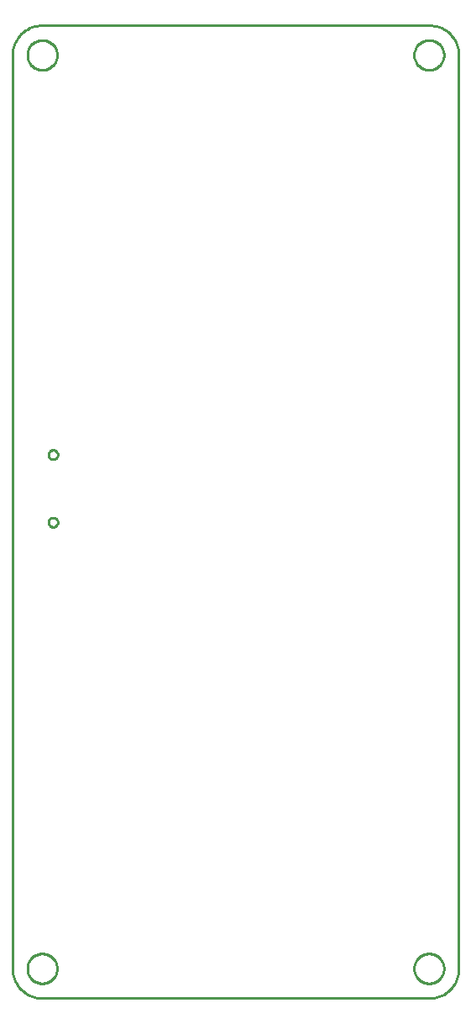
<source format=gbr>
G04 EAGLE Gerber RS-274X export*
G75*
%MOMM*%
%FSLAX34Y34*%
%LPD*%
%IN*%
%IPPOS*%
%AMOC8*
5,1,8,0,0,1.08239X$1,22.5*%
G01*
%ADD10C,0.254000*%


D10*
X0Y30000D02*
X114Y27385D01*
X456Y24791D01*
X1022Y22235D01*
X1809Y19739D01*
X2811Y17321D01*
X4019Y15000D01*
X5425Y12793D01*
X7019Y10716D01*
X8787Y8787D01*
X10716Y7019D01*
X12793Y5425D01*
X15000Y4019D01*
X17321Y2811D01*
X19739Y1809D01*
X22235Y1022D01*
X24791Y456D01*
X27385Y114D01*
X30000Y0D01*
X420000Y0D01*
X422615Y114D01*
X425209Y456D01*
X427765Y1022D01*
X430261Y1809D01*
X432679Y2811D01*
X435000Y4019D01*
X437207Y5425D01*
X439284Y7019D01*
X441213Y8787D01*
X442981Y10716D01*
X444575Y12793D01*
X445981Y15000D01*
X447189Y17321D01*
X448191Y19739D01*
X448978Y22235D01*
X449544Y24791D01*
X449886Y27385D01*
X450000Y30000D01*
X450000Y950000D01*
X449886Y952615D01*
X449544Y955209D01*
X448978Y957765D01*
X448191Y960261D01*
X447189Y962679D01*
X445981Y965000D01*
X444575Y967207D01*
X442981Y969284D01*
X441213Y971213D01*
X439284Y972981D01*
X437207Y974575D01*
X435000Y975981D01*
X432679Y977189D01*
X430261Y978191D01*
X427765Y978978D01*
X425209Y979544D01*
X422615Y979886D01*
X420000Y980000D01*
X30000Y980000D01*
X27385Y979886D01*
X24791Y979544D01*
X22235Y978978D01*
X19739Y978191D01*
X17321Y977189D01*
X15000Y975981D01*
X12793Y974575D01*
X10716Y972981D01*
X8787Y971213D01*
X7019Y969284D01*
X5425Y967207D01*
X4019Y965000D01*
X2811Y962679D01*
X1809Y960261D01*
X1022Y957765D01*
X456Y955209D01*
X114Y952615D01*
X0Y950000D01*
X0Y30000D01*
X45000Y949464D02*
X44924Y948396D01*
X44771Y947335D01*
X44543Y946288D01*
X44241Y945260D01*
X43867Y944256D01*
X43422Y943281D01*
X42908Y942341D01*
X42329Y941440D01*
X41687Y940582D01*
X40985Y939772D01*
X40228Y939015D01*
X39418Y938313D01*
X38560Y937671D01*
X37659Y937092D01*
X36719Y936578D01*
X35744Y936133D01*
X34740Y935759D01*
X33712Y935457D01*
X32665Y935229D01*
X31604Y935076D01*
X30536Y935000D01*
X29464Y935000D01*
X28396Y935076D01*
X27335Y935229D01*
X26288Y935457D01*
X25260Y935759D01*
X24256Y936133D01*
X23281Y936578D01*
X22341Y937092D01*
X21440Y937671D01*
X20582Y938313D01*
X19772Y939015D01*
X19015Y939772D01*
X18313Y940582D01*
X17671Y941440D01*
X17092Y942341D01*
X16578Y943281D01*
X16133Y944256D01*
X15759Y945260D01*
X15457Y946288D01*
X15229Y947335D01*
X15076Y948396D01*
X15000Y949464D01*
X15000Y950536D01*
X15076Y951604D01*
X15229Y952665D01*
X15457Y953712D01*
X15759Y954740D01*
X16133Y955744D01*
X16578Y956719D01*
X17092Y957659D01*
X17671Y958560D01*
X18313Y959418D01*
X19015Y960228D01*
X19772Y960985D01*
X20582Y961687D01*
X21440Y962329D01*
X22341Y962908D01*
X23281Y963422D01*
X24256Y963867D01*
X25260Y964241D01*
X26288Y964543D01*
X27335Y964771D01*
X28396Y964924D01*
X29464Y965000D01*
X30536Y965000D01*
X31604Y964924D01*
X32665Y964771D01*
X33712Y964543D01*
X34740Y964241D01*
X35744Y963867D01*
X36719Y963422D01*
X37659Y962908D01*
X38560Y962329D01*
X39418Y961687D01*
X40228Y960985D01*
X40985Y960228D01*
X41687Y959418D01*
X42329Y958560D01*
X42908Y957659D01*
X43422Y956719D01*
X43867Y955744D01*
X44241Y954740D01*
X44543Y953712D01*
X44771Y952665D01*
X44924Y951604D01*
X45000Y950536D01*
X45000Y949464D01*
X435000Y949464D02*
X434924Y948396D01*
X434771Y947335D01*
X434543Y946288D01*
X434241Y945260D01*
X433867Y944256D01*
X433422Y943281D01*
X432908Y942341D01*
X432329Y941440D01*
X431687Y940582D01*
X430985Y939772D01*
X430228Y939015D01*
X429418Y938313D01*
X428560Y937671D01*
X427659Y937092D01*
X426719Y936578D01*
X425744Y936133D01*
X424740Y935759D01*
X423712Y935457D01*
X422665Y935229D01*
X421604Y935076D01*
X420536Y935000D01*
X419464Y935000D01*
X418396Y935076D01*
X417335Y935229D01*
X416288Y935457D01*
X415260Y935759D01*
X414256Y936133D01*
X413281Y936578D01*
X412341Y937092D01*
X411440Y937671D01*
X410582Y938313D01*
X409772Y939015D01*
X409015Y939772D01*
X408313Y940582D01*
X407671Y941440D01*
X407092Y942341D01*
X406578Y943281D01*
X406133Y944256D01*
X405759Y945260D01*
X405457Y946288D01*
X405229Y947335D01*
X405076Y948396D01*
X405000Y949464D01*
X405000Y950536D01*
X405076Y951604D01*
X405229Y952665D01*
X405457Y953712D01*
X405759Y954740D01*
X406133Y955744D01*
X406578Y956719D01*
X407092Y957659D01*
X407671Y958560D01*
X408313Y959418D01*
X409015Y960228D01*
X409772Y960985D01*
X410582Y961687D01*
X411440Y962329D01*
X412341Y962908D01*
X413281Y963422D01*
X414256Y963867D01*
X415260Y964241D01*
X416288Y964543D01*
X417335Y964771D01*
X418396Y964924D01*
X419464Y965000D01*
X420536Y965000D01*
X421604Y964924D01*
X422665Y964771D01*
X423712Y964543D01*
X424740Y964241D01*
X425744Y963867D01*
X426719Y963422D01*
X427659Y962908D01*
X428560Y962329D01*
X429418Y961687D01*
X430228Y960985D01*
X430985Y960228D01*
X431687Y959418D01*
X432329Y958560D01*
X432908Y957659D01*
X433422Y956719D01*
X433867Y955744D01*
X434241Y954740D01*
X434543Y953712D01*
X434771Y952665D01*
X434924Y951604D01*
X435000Y950536D01*
X435000Y949464D01*
X435000Y29464D02*
X434924Y28396D01*
X434771Y27335D01*
X434543Y26288D01*
X434241Y25260D01*
X433867Y24256D01*
X433422Y23281D01*
X432908Y22341D01*
X432329Y21440D01*
X431687Y20582D01*
X430985Y19772D01*
X430228Y19015D01*
X429418Y18313D01*
X428560Y17671D01*
X427659Y17092D01*
X426719Y16578D01*
X425744Y16133D01*
X424740Y15759D01*
X423712Y15457D01*
X422665Y15229D01*
X421604Y15076D01*
X420536Y15000D01*
X419464Y15000D01*
X418396Y15076D01*
X417335Y15229D01*
X416288Y15457D01*
X415260Y15759D01*
X414256Y16133D01*
X413281Y16578D01*
X412341Y17092D01*
X411440Y17671D01*
X410582Y18313D01*
X409772Y19015D01*
X409015Y19772D01*
X408313Y20582D01*
X407671Y21440D01*
X407092Y22341D01*
X406578Y23281D01*
X406133Y24256D01*
X405759Y25260D01*
X405457Y26288D01*
X405229Y27335D01*
X405076Y28396D01*
X405000Y29464D01*
X405000Y30536D01*
X405076Y31604D01*
X405229Y32665D01*
X405457Y33712D01*
X405759Y34740D01*
X406133Y35744D01*
X406578Y36719D01*
X407092Y37659D01*
X407671Y38560D01*
X408313Y39418D01*
X409015Y40228D01*
X409772Y40985D01*
X410582Y41687D01*
X411440Y42329D01*
X412341Y42908D01*
X413281Y43422D01*
X414256Y43867D01*
X415260Y44241D01*
X416288Y44543D01*
X417335Y44771D01*
X418396Y44924D01*
X419464Y45000D01*
X420536Y45000D01*
X421604Y44924D01*
X422665Y44771D01*
X423712Y44543D01*
X424740Y44241D01*
X425744Y43867D01*
X426719Y43422D01*
X427659Y42908D01*
X428560Y42329D01*
X429418Y41687D01*
X430228Y40985D01*
X430985Y40228D01*
X431687Y39418D01*
X432329Y38560D01*
X432908Y37659D01*
X433422Y36719D01*
X433867Y35744D01*
X434241Y34740D01*
X434543Y33712D01*
X434771Y32665D01*
X434924Y31604D01*
X435000Y30536D01*
X435000Y29464D01*
X45000Y29464D02*
X44924Y28396D01*
X44771Y27335D01*
X44543Y26288D01*
X44241Y25260D01*
X43867Y24256D01*
X43422Y23281D01*
X42908Y22341D01*
X42329Y21440D01*
X41687Y20582D01*
X40985Y19772D01*
X40228Y19015D01*
X39418Y18313D01*
X38560Y17671D01*
X37659Y17092D01*
X36719Y16578D01*
X35744Y16133D01*
X34740Y15759D01*
X33712Y15457D01*
X32665Y15229D01*
X31604Y15076D01*
X30536Y15000D01*
X29464Y15000D01*
X28396Y15076D01*
X27335Y15229D01*
X26288Y15457D01*
X25260Y15759D01*
X24256Y16133D01*
X23281Y16578D01*
X22341Y17092D01*
X21440Y17671D01*
X20582Y18313D01*
X19772Y19015D01*
X19015Y19772D01*
X18313Y20582D01*
X17671Y21440D01*
X17092Y22341D01*
X16578Y23281D01*
X16133Y24256D01*
X15759Y25260D01*
X15457Y26288D01*
X15229Y27335D01*
X15076Y28396D01*
X15000Y29464D01*
X15000Y30536D01*
X15076Y31604D01*
X15229Y32665D01*
X15457Y33712D01*
X15759Y34740D01*
X16133Y35744D01*
X16578Y36719D01*
X17092Y37659D01*
X17671Y38560D01*
X18313Y39418D01*
X19015Y40228D01*
X19772Y40985D01*
X20582Y41687D01*
X21440Y42329D01*
X22341Y42908D01*
X23281Y43422D01*
X24256Y43867D01*
X25260Y44241D01*
X26288Y44543D01*
X27335Y44771D01*
X28396Y44924D01*
X29464Y45000D01*
X30536Y45000D01*
X31604Y44924D01*
X32665Y44771D01*
X33712Y44543D01*
X34740Y44241D01*
X35744Y43867D01*
X36719Y43422D01*
X37659Y42908D01*
X38560Y42329D01*
X39418Y41687D01*
X40228Y40985D01*
X40985Y40228D01*
X41687Y39418D01*
X42329Y38560D01*
X42908Y37659D01*
X43422Y36719D01*
X43867Y35744D01*
X44241Y34740D01*
X44543Y33712D01*
X44771Y32665D01*
X44924Y31604D01*
X45000Y30536D01*
X45000Y29464D01*
X40633Y542750D02*
X40103Y542810D01*
X39583Y542928D01*
X39079Y543105D01*
X38599Y543336D01*
X38147Y543620D01*
X37730Y543953D01*
X37353Y544330D01*
X37020Y544747D01*
X36736Y545199D01*
X36505Y545679D01*
X36328Y546183D01*
X36210Y546703D01*
X36150Y547233D01*
X36150Y547767D01*
X36210Y548297D01*
X36328Y548817D01*
X36505Y549321D01*
X36736Y549801D01*
X37020Y550253D01*
X37353Y550670D01*
X37730Y551047D01*
X38147Y551380D01*
X38599Y551664D01*
X39079Y551895D01*
X39583Y552072D01*
X40103Y552190D01*
X40633Y552250D01*
X41167Y552250D01*
X41697Y552190D01*
X42217Y552072D01*
X42721Y551895D01*
X43201Y551664D01*
X43653Y551380D01*
X44070Y551047D01*
X44447Y550670D01*
X44780Y550253D01*
X45064Y549801D01*
X45295Y549321D01*
X45472Y548817D01*
X45590Y548297D01*
X45650Y547767D01*
X45650Y547233D01*
X45590Y546703D01*
X45472Y546183D01*
X45295Y545679D01*
X45064Y545199D01*
X44780Y544747D01*
X44447Y544330D01*
X44070Y543953D01*
X43653Y543620D01*
X43201Y543336D01*
X42721Y543105D01*
X42217Y542928D01*
X41697Y542810D01*
X41167Y542750D01*
X40633Y542750D01*
X40633Y474750D02*
X40103Y474810D01*
X39583Y474928D01*
X39079Y475105D01*
X38599Y475336D01*
X38147Y475620D01*
X37730Y475953D01*
X37353Y476330D01*
X37020Y476747D01*
X36736Y477199D01*
X36505Y477679D01*
X36328Y478183D01*
X36210Y478703D01*
X36150Y479233D01*
X36150Y479767D01*
X36210Y480297D01*
X36328Y480817D01*
X36505Y481321D01*
X36736Y481801D01*
X37020Y482253D01*
X37353Y482670D01*
X37730Y483047D01*
X38147Y483380D01*
X38599Y483664D01*
X39079Y483895D01*
X39583Y484072D01*
X40103Y484190D01*
X40633Y484250D01*
X41167Y484250D01*
X41697Y484190D01*
X42217Y484072D01*
X42721Y483895D01*
X43201Y483664D01*
X43653Y483380D01*
X44070Y483047D01*
X44447Y482670D01*
X44780Y482253D01*
X45064Y481801D01*
X45295Y481321D01*
X45472Y480817D01*
X45590Y480297D01*
X45650Y479767D01*
X45650Y479233D01*
X45590Y478703D01*
X45472Y478183D01*
X45295Y477679D01*
X45064Y477199D01*
X44780Y476747D01*
X44447Y476330D01*
X44070Y475953D01*
X43653Y475620D01*
X43201Y475336D01*
X42721Y475105D01*
X42217Y474928D01*
X41697Y474810D01*
X41167Y474750D01*
X40633Y474750D01*
M02*

</source>
